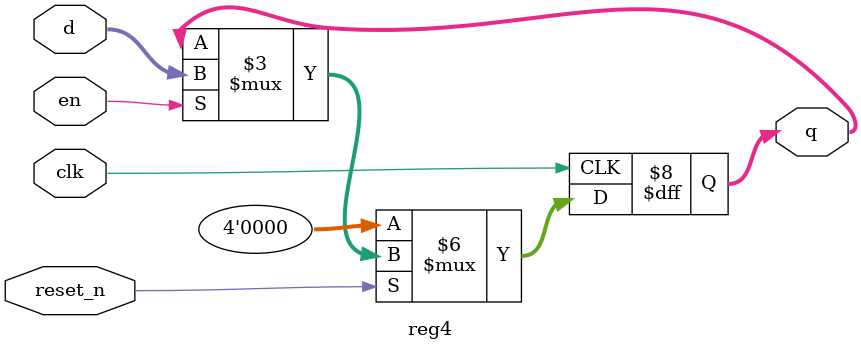
<source format=sv>
module calc_top(
    input  logic [9:0] SW,
    input  logic [1:0] KEY,
    output logic [9:0] LEDR,
    output logic [6:0] HEX5,
    output logic [6:0] HEX4,
    output logic [6:0] HEX3,
    output logic [6:0] HEX2,
    output logic [6:0] HEX1,
    output logic [6:0] HEX0
);

    logic [3:0] A, B;
    logic [3:0] sum;
    logic       cout;

    reg4 regA (
        .clk(KEY[1]),
        .reset_n(KEY[0]),
        .en(SW[9]),
        .d(SW[3:0]),
        .q(A)
    );

    reg4 regB (
        .clk(KEY[1]),
        .reset_n(KEY[0]),
        .en(SW[8]),
        .d(SW[3:0]),
        .q(B)
    );

    assign {cout, sum} = A + B;

    sevenseg hex5_display (.data(A),     .segments(HEX5));
    sevenseg hex3_display (.data(B),     .segments(HEX3)); 
    sevenseg carry_display (.data({3'b000, cout}), .segments(HEX1)); 
    sevenseg sum_display   (.data(sum),            .segments(HEX0));

    assign HEX4 = 7'b1111111;
    assign HEX2 = 7'b1111111;
    assign LEDR = SW;

endmodule


module reg4 (
    input  logic clk,
    input  logic reset_n,   // active-low synchronous reset
    input  logic en,        // enable
    input  logic [3:0] d,   // 4-bit input
    output logic [3:0] q    // 4-bit output
);


    always_ff @(posedge clk) begin
        if (!reset_n)
            q <= 4'b0000;
        else if (en)
            q <= d;
    end


endmodule
</source>
